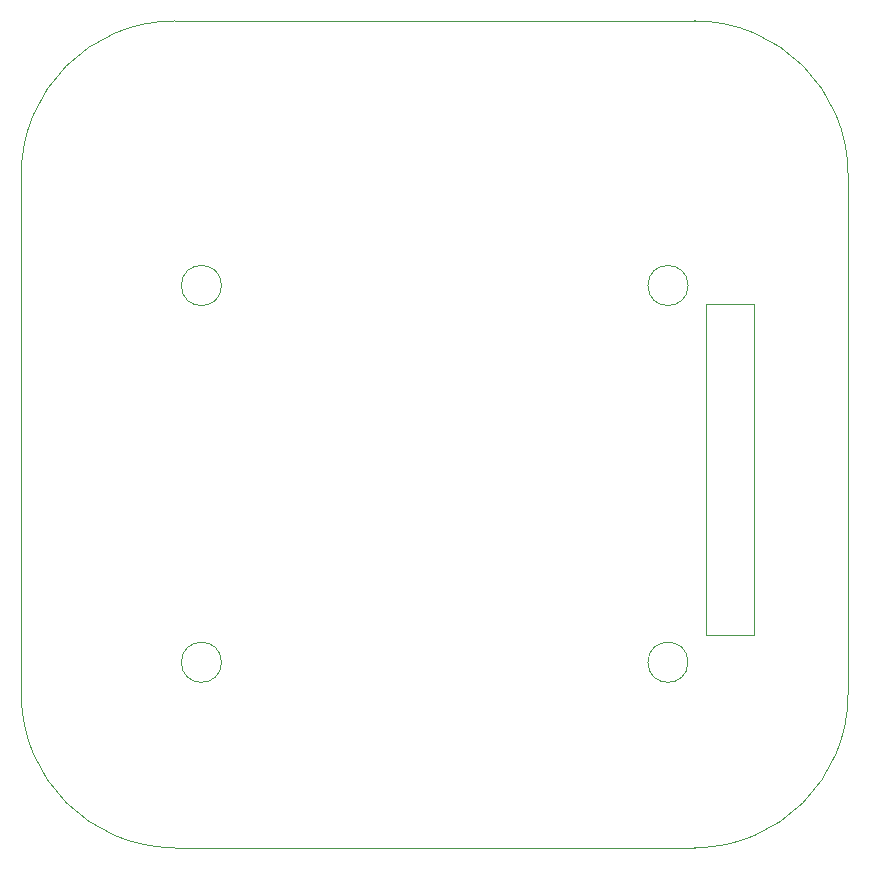
<source format=gbr>
G04 #@! TF.GenerationSoftware,KiCad,Pcbnew,7.0.7-2.fc38*
G04 #@! TF.CreationDate,2023-10-09T12:23:23+01:00*
G04 #@! TF.ProjectId,Light_PCB,4c696768-745f-4504-9342-2e6b69636164,rev?*
G04 #@! TF.SameCoordinates,Original*
G04 #@! TF.FileFunction,Profile,NP*
%FSLAX46Y46*%
G04 Gerber Fmt 4.6, Leading zero omitted, Abs format (unit mm)*
G04 Created by KiCad (PCBNEW 7.0.7-2.fc38) date 2023-10-09 12:23:23*
%MOMM*%
%LPD*%
G01*
G04 APERTURE LIST*
G04 #@! TA.AperFunction,Profile*
%ADD10C,0.100000*%
G04 #@! TD*
G04 APERTURE END LIST*
D10*
X170000000Y-63000000D02*
X170000000Y-107000000D01*
X156450000Y-104300000D02*
G75*
G03*
X156450000Y-104300000I-1700000J0D01*
G01*
X116950000Y-104300000D02*
G75*
G03*
X116950000Y-104300000I-1700000J0D01*
G01*
X100000000Y-107000000D02*
G75*
G03*
X113000000Y-120000000I13000000J0D01*
G01*
X156450000Y-72400000D02*
G75*
G03*
X156450000Y-72400000I-1700000J0D01*
G01*
X158000000Y-74000000D02*
X162000000Y-74000000D01*
X162000000Y-102000000D01*
X158000000Y-102000000D01*
X158000000Y-74000000D01*
X157000000Y-120000000D02*
G75*
G03*
X170000000Y-107000000I0J13000000D01*
G01*
X113000000Y-50000000D02*
X157000000Y-50000000D01*
X100000000Y-107000000D02*
X100000000Y-63000000D01*
X116950000Y-72400000D02*
G75*
G03*
X116950000Y-72400000I-1700000J0D01*
G01*
X113000000Y-50000000D02*
G75*
G03*
X100000000Y-63000000I0J-13000000D01*
G01*
X157000000Y-120000000D02*
X113000000Y-120000000D01*
X170000000Y-63000000D02*
G75*
G03*
X157000000Y-50000000I-13000000J0D01*
G01*
M02*

</source>
